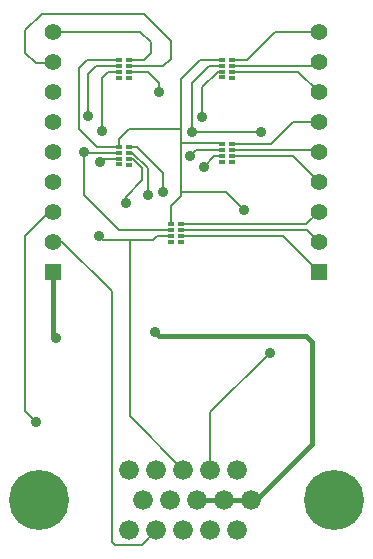
<source format=gtl>
G04 (created by PCBNEW (2013-07-07 BZR 4022)-stable) date 11/18/2013 8:59:08 PM*
%MOIN*%
G04 Gerber Fmt 3.4, Leading zero omitted, Abs format*
%FSLAX34Y34*%
G01*
G70*
G90*
G04 APERTURE LIST*
%ADD10C,0.00590551*%
%ADD11C,0.066*%
%ADD12C,0.2*%
%ADD13R,0.055X0.055*%
%ADD14C,0.055*%
%ADD15R,0.019685X0.011811*%
%ADD16C,0.035*%
%ADD17C,0.00629921*%
%ADD18C,0.015748*%
G04 APERTURE END LIST*
G54D10*
G54D11*
X76830Y-60752D03*
X75930Y-60752D03*
X75030Y-60752D03*
X74130Y-60752D03*
X73230Y-60752D03*
X77280Y-59752D03*
X76380Y-59752D03*
X75480Y-59752D03*
X74580Y-59752D03*
X73680Y-59752D03*
X76830Y-58752D03*
X75930Y-58752D03*
X75030Y-58752D03*
X74130Y-58752D03*
X73230Y-58752D03*
G54D12*
X80050Y-59752D03*
X70210Y-59752D03*
G54D13*
X79532Y-52148D03*
G54D14*
X79532Y-51148D03*
X79532Y-50148D03*
X79532Y-49148D03*
X79532Y-48148D03*
X79532Y-47148D03*
X79532Y-46148D03*
X79532Y-45148D03*
X79532Y-44148D03*
G54D13*
X70673Y-52147D03*
G54D14*
X70673Y-51147D03*
X70673Y-50147D03*
X70673Y-49147D03*
X70673Y-48147D03*
X70673Y-47147D03*
X70673Y-46147D03*
X70673Y-45147D03*
X70673Y-44147D03*
G54D15*
X76637Y-47892D03*
X76637Y-48090D03*
X76637Y-48288D03*
X76637Y-48486D03*
X76304Y-47893D03*
X76304Y-48090D03*
X76304Y-48287D03*
X76304Y-48484D03*
X73218Y-45097D03*
X73218Y-45295D03*
X73218Y-45493D03*
X73218Y-45691D03*
X72885Y-45098D03*
X72885Y-45295D03*
X72885Y-45492D03*
X72885Y-45689D03*
X74947Y-50572D03*
X74947Y-50770D03*
X74947Y-50968D03*
X74947Y-51166D03*
X74614Y-50573D03*
X74614Y-50770D03*
X74614Y-50967D03*
X74614Y-51164D03*
X73217Y-47982D03*
X73217Y-48180D03*
X73217Y-48378D03*
X73217Y-48576D03*
X72884Y-47983D03*
X72884Y-48180D03*
X72884Y-48377D03*
X72884Y-48574D03*
X76655Y-45083D03*
X76655Y-45281D03*
X76655Y-45479D03*
X76655Y-45677D03*
X76322Y-45084D03*
X76322Y-45281D03*
X76322Y-45478D03*
X76322Y-45675D03*
G54D16*
X70100Y-57150D03*
X74096Y-54164D03*
X70774Y-54362D03*
X72200Y-50950D03*
X75650Y-47000D03*
X75700Y-48650D03*
X72250Y-48500D03*
X72300Y-47450D03*
X73100Y-49850D03*
X74200Y-46150D03*
X74350Y-49500D03*
X73850Y-49600D03*
X77900Y-54850D03*
X77600Y-47500D03*
X75250Y-48300D03*
X75300Y-47500D03*
X71700Y-48150D03*
X71850Y-46950D03*
X77050Y-50100D03*
G54D17*
X70673Y-50147D02*
X70553Y-50147D01*
X69750Y-56800D02*
X70100Y-57150D01*
X69750Y-50950D02*
X69750Y-56800D01*
X70553Y-50147D02*
X69750Y-50950D01*
X70673Y-51147D02*
X70997Y-51147D01*
X73632Y-61250D02*
X74130Y-60752D01*
X72750Y-61250D02*
X73632Y-61250D01*
X72650Y-61150D02*
X72750Y-61250D01*
X72650Y-52800D02*
X72650Y-61150D01*
X70997Y-51147D02*
X72650Y-52800D01*
G54D18*
X77280Y-59752D02*
X77440Y-59752D01*
X74228Y-54296D02*
X74096Y-54164D01*
X79112Y-54296D02*
X74228Y-54296D01*
X79310Y-54494D02*
X79112Y-54296D01*
X79310Y-57882D02*
X79310Y-54494D01*
X77440Y-59752D02*
X79310Y-57882D01*
X75480Y-59752D02*
X76380Y-59752D01*
X76380Y-59752D02*
X77280Y-59752D01*
X70673Y-54261D02*
X70673Y-52147D01*
X70774Y-54362D02*
X70673Y-54261D01*
G54D17*
X74947Y-50770D02*
X79154Y-50770D01*
X79154Y-50770D02*
X79532Y-51148D01*
X73218Y-45097D02*
X73703Y-45097D01*
X73597Y-44147D02*
X70673Y-44147D01*
X73950Y-44500D02*
X73597Y-44147D01*
X73950Y-44850D02*
X73950Y-44500D01*
X73703Y-45097D02*
X73950Y-44850D01*
X73218Y-45295D02*
X74355Y-45295D01*
X70620Y-45200D02*
X70673Y-45147D01*
X70100Y-45200D02*
X70620Y-45200D01*
X69750Y-44850D02*
X70100Y-45200D01*
X69750Y-44100D02*
X69750Y-44850D01*
X70300Y-43550D02*
X69750Y-44100D01*
X73700Y-43550D02*
X70300Y-43550D01*
X74600Y-44450D02*
X73700Y-43550D01*
X74600Y-45050D02*
X74600Y-44450D01*
X74355Y-45295D02*
X74600Y-45050D01*
X73250Y-51100D02*
X73250Y-56972D01*
X73250Y-56972D02*
X75030Y-58752D01*
X74133Y-50967D02*
X74614Y-50967D01*
X74000Y-51100D02*
X74133Y-50967D01*
X72350Y-51100D02*
X73250Y-51100D01*
X73250Y-51100D02*
X74000Y-51100D01*
X72200Y-50950D02*
X72350Y-51100D01*
X76322Y-45478D02*
X76172Y-45478D01*
X76172Y-45478D02*
X75650Y-46000D01*
X75650Y-46000D02*
X75650Y-47000D01*
X76063Y-48287D02*
X76304Y-48287D01*
X75700Y-48650D02*
X76063Y-48287D01*
X72885Y-45492D02*
X72508Y-45492D01*
X72373Y-48377D02*
X72884Y-48377D01*
X72250Y-48500D02*
X72373Y-48377D01*
X72300Y-45700D02*
X72300Y-47450D01*
X72508Y-45492D02*
X72300Y-45700D01*
X76655Y-45083D02*
X77137Y-45083D01*
X78072Y-44148D02*
X79532Y-44148D01*
X77137Y-45083D02*
X78072Y-44148D01*
X76655Y-45281D02*
X79399Y-45281D01*
X79399Y-45281D02*
X79532Y-45148D01*
X76655Y-45479D02*
X78863Y-45479D01*
X78863Y-45479D02*
X79532Y-46148D01*
X73217Y-48378D02*
X73349Y-48378D01*
X73100Y-49650D02*
X73100Y-49850D01*
X73650Y-49100D02*
X73100Y-49650D01*
X73650Y-48678D02*
X73650Y-49100D01*
X73349Y-48378D02*
X73650Y-48678D01*
X76637Y-47892D02*
X77938Y-47892D01*
X78682Y-47148D02*
X79532Y-47148D01*
X77938Y-47892D02*
X78682Y-47148D01*
X73218Y-45493D02*
X73843Y-45493D01*
X74200Y-45850D02*
X74200Y-46150D01*
X73843Y-45493D02*
X74200Y-45850D01*
X73217Y-47982D02*
X73482Y-47982D01*
X74350Y-48850D02*
X74350Y-49500D01*
X73482Y-47982D02*
X74350Y-48850D01*
X73217Y-48180D02*
X73330Y-48180D01*
X73850Y-48700D02*
X73850Y-49600D01*
X73330Y-48180D02*
X73850Y-48700D01*
X75300Y-47500D02*
X77600Y-47500D01*
X75930Y-56820D02*
X75930Y-58752D01*
X77900Y-54850D02*
X75930Y-56820D01*
X71700Y-48150D02*
X71700Y-49600D01*
X72870Y-50770D02*
X74614Y-50770D01*
X71700Y-49600D02*
X72870Y-50770D01*
X75460Y-48090D02*
X76304Y-48090D01*
X75250Y-48300D02*
X75460Y-48090D01*
X76322Y-45281D02*
X75869Y-45281D01*
X75869Y-45281D02*
X75300Y-45850D01*
X75300Y-45850D02*
X75300Y-47500D01*
X72885Y-45295D02*
X72105Y-45295D01*
X71730Y-48180D02*
X72884Y-48180D01*
X71700Y-48150D02*
X71730Y-48180D01*
X71850Y-45550D02*
X71850Y-46950D01*
X72105Y-45295D02*
X71850Y-45550D01*
X76637Y-48090D02*
X79474Y-48090D01*
X79474Y-48090D02*
X79532Y-48148D01*
X74950Y-49500D02*
X76450Y-49500D01*
X76450Y-49500D02*
X77050Y-50100D01*
X72884Y-47983D02*
X72884Y-47716D01*
X73200Y-47400D02*
X74950Y-47400D01*
X72884Y-47716D02*
X73200Y-47400D01*
X72885Y-45098D02*
X71802Y-45098D01*
X72133Y-47983D02*
X72884Y-47983D01*
X71550Y-47400D02*
X72133Y-47983D01*
X71550Y-45350D02*
X71550Y-47400D01*
X71802Y-45098D02*
X71550Y-45350D01*
X74950Y-47860D02*
X76271Y-47860D01*
X76271Y-47860D02*
X76304Y-47893D01*
X76322Y-45084D02*
X75596Y-45084D01*
X75596Y-45084D02*
X74950Y-45730D01*
X74950Y-45730D02*
X74950Y-47400D01*
X74950Y-47400D02*
X74950Y-47860D01*
X74614Y-49958D02*
X74614Y-50573D01*
X74950Y-49622D02*
X74614Y-49958D01*
X74950Y-47860D02*
X74950Y-49500D01*
X74950Y-49500D02*
X74950Y-49622D01*
X76637Y-48288D02*
X78672Y-48288D01*
X78672Y-48288D02*
X79532Y-49148D01*
X74947Y-50572D02*
X79108Y-50572D01*
X79108Y-50572D02*
X79532Y-50148D01*
X74947Y-50968D02*
X78352Y-50968D01*
X78352Y-50968D02*
X79532Y-52148D01*
M02*

</source>
